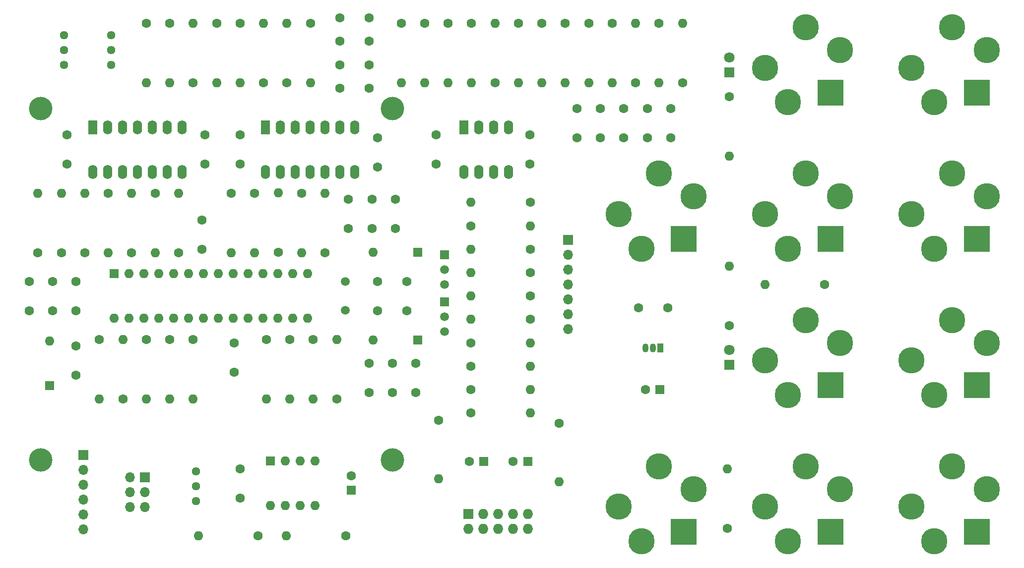
<source format=gbs>
G04 #@! TF.GenerationSoftware,KiCad,Pcbnew,7.0.8*
G04 #@! TF.CreationDate,2023-10-13T18:56:11-05:00*
G04 #@! TF.ProjectId,QuantizerBack,5175616e-7469-47a6-9572-4261636b2e6b,rev?*
G04 #@! TF.SameCoordinates,Original*
G04 #@! TF.FileFunction,Soldermask,Bot*
G04 #@! TF.FilePolarity,Negative*
%FSLAX46Y46*%
G04 Gerber Fmt 4.6, Leading zero omitted, Abs format (unit mm)*
G04 Created by KiCad (PCBNEW 7.0.8) date 2023-10-13 18:56:11*
%MOMM*%
%LPD*%
G01*
G04 APERTURE LIST*
%ADD10C,4.500001*%
%ADD11R,4.500001X4.500001*%
%ADD12C,4.500000*%
%ADD13R,1.800000X1.800000*%
%ADD14C,1.800000*%
%ADD15C,4.000000*%
%ADD16R,1.700000X1.700000*%
%ADD17O,1.700000X1.700000*%
%ADD18C,1.600000*%
%ADD19O,1.600000X1.600000*%
%ADD20R,1.600000X1.600000*%
%ADD21C,1.500000*%
%ADD22R,1.600000X2.400000*%
%ADD23O,1.600000X2.400000*%
%ADD24C,1.440000*%
%ADD25R,1.050000X1.500000*%
%ADD26O,1.050000X1.500000*%
%ADD27R,1.727200X1.727200*%
%ADD28O,1.727200X1.727200*%
%ADD29R,1.500000X1.500000*%
G04 APERTURE END LIST*
D10*
X225500000Y-106100000D03*
X231400000Y-110000000D03*
D11*
X229740000Y-117240000D03*
D12*
X218600000Y-113000000D03*
X222500000Y-118900000D03*
D13*
X187500000Y-113775000D03*
D14*
X187500000Y-111235000D03*
D10*
X175500000Y-131100000D03*
X181400000Y-135000000D03*
D11*
X179740000Y-142240000D03*
D12*
X168600000Y-138000000D03*
X172500000Y-143900000D03*
D10*
X200500000Y-81100000D03*
X206400000Y-85000000D03*
D11*
X204740000Y-92240000D03*
D12*
X193600000Y-88000000D03*
X197500000Y-93900000D03*
D15*
X70000000Y-130000000D03*
D10*
X200500000Y-106100000D03*
X206400000Y-110000000D03*
D11*
X204740000Y-117240000D03*
D12*
X193600000Y-113000000D03*
X197500000Y-118900000D03*
D15*
X130000000Y-130000000D03*
D10*
X200500000Y-56100000D03*
X206400000Y-60000000D03*
D11*
X204740000Y-67240000D03*
D12*
X193600000Y-63000000D03*
X197500000Y-68900000D03*
D13*
X187500000Y-63775000D03*
D14*
X187500000Y-61235000D03*
D16*
X160000000Y-92375000D03*
D17*
X160000000Y-94915000D03*
X160000000Y-97455000D03*
X160000000Y-99995000D03*
X160000000Y-102535000D03*
X160000000Y-105075000D03*
X160000000Y-107615000D03*
D10*
X225500000Y-81100000D03*
X231400000Y-85000000D03*
D11*
X229740000Y-92240000D03*
D12*
X218600000Y-88000000D03*
X222500000Y-93900000D03*
D10*
X200500000Y-131100000D03*
X206400000Y-135000000D03*
D11*
X204740000Y-142240000D03*
D12*
X193600000Y-138000000D03*
X197500000Y-143900000D03*
D15*
X70000000Y-70000000D03*
X130000000Y-70000000D03*
D10*
X175500000Y-81100000D03*
X181400000Y-85000000D03*
D11*
X179740000Y-92240000D03*
D12*
X168600000Y-88000000D03*
X172500000Y-93900000D03*
D10*
X225500000Y-131100000D03*
X231400000Y-135000000D03*
D11*
X229740000Y-142240000D03*
D12*
X218600000Y-138000000D03*
X222500000Y-143900000D03*
D10*
X225500000Y-56100000D03*
X231400000Y-60000000D03*
D11*
X229740000Y-67240000D03*
D12*
X218600000Y-63000000D03*
X222500000Y-68900000D03*
D18*
X69500000Y-94580000D03*
D19*
X69500000Y-84420000D03*
D18*
X72000000Y-99500000D03*
X72000000Y-104500000D03*
X100000000Y-55420000D03*
D19*
X100000000Y-65580000D03*
D18*
X96000000Y-109420000D03*
D19*
X96000000Y-119580000D03*
D20*
X134310000Y-94500000D03*
D19*
X126690000Y-94500000D03*
D20*
X82500000Y-98200000D03*
D19*
X85040000Y-98200000D03*
X87580000Y-98200000D03*
X90120000Y-98200000D03*
X92660000Y-98200000D03*
X95200000Y-98200000D03*
X97740000Y-98200000D03*
X100280000Y-98200000D03*
X102820000Y-98200000D03*
X105360000Y-98200000D03*
X107900000Y-98200000D03*
X110440000Y-98200000D03*
X112980000Y-98200000D03*
X115520000Y-98200000D03*
X115520000Y-105820000D03*
X112980000Y-105820000D03*
X110440000Y-105820000D03*
X107900000Y-105820000D03*
X105360000Y-105820000D03*
X102820000Y-105820000D03*
X100280000Y-105820000D03*
X97740000Y-105820000D03*
X95200000Y-105820000D03*
X92660000Y-105820000D03*
X90120000Y-105820000D03*
X87580000Y-105820000D03*
X85040000Y-105820000D03*
X82500000Y-105820000D03*
D21*
X122000000Y-99550000D03*
X122000000Y-104430000D03*
D18*
X143420000Y-90000000D03*
D19*
X153580000Y-90000000D03*
D22*
X108375000Y-73200000D03*
D23*
X110915000Y-73200000D03*
X113455000Y-73200000D03*
X115995000Y-73200000D03*
X118535000Y-73200000D03*
X121075000Y-73200000D03*
X123615000Y-73200000D03*
X123615000Y-80820000D03*
X121075000Y-80820000D03*
X118535000Y-80820000D03*
X115995000Y-80820000D03*
X113455000Y-80820000D03*
X110915000Y-80820000D03*
X108375000Y-80820000D03*
D20*
X123000000Y-135182400D03*
D18*
X123000000Y-132682400D03*
X158420000Y-123730000D03*
D19*
X158420000Y-133730000D03*
D18*
X112500000Y-109420000D03*
D19*
X112500000Y-119580000D03*
D18*
X122500000Y-85500000D03*
X122500000Y-90500000D03*
X120500000Y-119580000D03*
D19*
X120500000Y-109420000D03*
D18*
X126000000Y-118500000D03*
X126000000Y-113500000D03*
X106500000Y-84420000D03*
D19*
X106500000Y-94580000D03*
D22*
X78875000Y-73200000D03*
D23*
X81415000Y-73200000D03*
X83955000Y-73200000D03*
X86495000Y-73200000D03*
X89035000Y-73200000D03*
X91575000Y-73200000D03*
X94115000Y-73200000D03*
X94115000Y-80820000D03*
X91575000Y-80820000D03*
X89035000Y-80820000D03*
X86495000Y-80820000D03*
X83955000Y-80820000D03*
X81415000Y-80820000D03*
X78875000Y-80820000D03*
D18*
X114500000Y-84420000D03*
D19*
X114500000Y-94580000D03*
D18*
X107080000Y-143000000D03*
D19*
X96920000Y-143000000D03*
D18*
X104000000Y-131500000D03*
X104000000Y-136500000D03*
X73500000Y-94580000D03*
D19*
X73500000Y-84420000D03*
D18*
X187500000Y-107080000D03*
D19*
X187500000Y-96920000D03*
D18*
X89500000Y-84420000D03*
D19*
X89500000Y-94580000D03*
D24*
X82000000Y-62550000D03*
X82000000Y-60010000D03*
X82000000Y-57470000D03*
D20*
X153102400Y-130230000D03*
D18*
X150602400Y-130230000D03*
D24*
X74000000Y-62550000D03*
X74000000Y-60010000D03*
X74000000Y-57470000D03*
D18*
X126500000Y-90500000D03*
X126500000Y-85500000D03*
X163500000Y-55420000D03*
D19*
X163500000Y-65580000D03*
D18*
X187200000Y-141700000D03*
D19*
X187200000Y-131540000D03*
D18*
X165500000Y-75000000D03*
X165500000Y-70000000D03*
X116000000Y-55420000D03*
D19*
X116000000Y-65580000D03*
D18*
X177000000Y-104000000D03*
X172000000Y-104000000D03*
X126000000Y-58500000D03*
X121000000Y-58500000D03*
X137920000Y-123230000D03*
D19*
X137920000Y-133230000D03*
D18*
X173500000Y-75000000D03*
X173500000Y-70000000D03*
X92000000Y-55420000D03*
D19*
X92000000Y-65580000D03*
D25*
X175770000Y-110860000D03*
D26*
X174500000Y-110860000D03*
X173230000Y-110860000D03*
D27*
X142940000Y-139200000D03*
D28*
X142940000Y-141740000D03*
X145480000Y-139200000D03*
X145480000Y-141740000D03*
X148020000Y-139200000D03*
X148020000Y-141740000D03*
X150560000Y-139200000D03*
X150560000Y-141740000D03*
X153100000Y-139200000D03*
X153100000Y-141740000D03*
D18*
X108000000Y-65580000D03*
D19*
X108000000Y-55420000D03*
D18*
X77500000Y-94580000D03*
D19*
X77500000Y-84420000D03*
D18*
X112000000Y-65580000D03*
D19*
X112000000Y-55420000D03*
D18*
X177500000Y-75000000D03*
X177500000Y-70000000D03*
X104000000Y-55420000D03*
D19*
X104000000Y-65580000D03*
D18*
X143420000Y-122000000D03*
D19*
X153580000Y-122000000D03*
D18*
X143420000Y-110000000D03*
D19*
X153580000Y-110000000D03*
D16*
X87775000Y-132975000D03*
D17*
X85235000Y-132975000D03*
X87775000Y-135515000D03*
X85235000Y-135515000D03*
X87775000Y-138055000D03*
X85235000Y-138055000D03*
D18*
X153580000Y-94000000D03*
D19*
X143420000Y-94000000D03*
D20*
X109200000Y-130200000D03*
D19*
X111740000Y-130200000D03*
X114280000Y-130200000D03*
X116820000Y-130200000D03*
X116820000Y-137820000D03*
X114280000Y-137820000D03*
X111740000Y-137820000D03*
X109200000Y-137820000D03*
D18*
X88000000Y-55420000D03*
D19*
X88000000Y-65580000D03*
D18*
X108500000Y-109420000D03*
D19*
X108500000Y-119580000D03*
D18*
X68000000Y-104500000D03*
X68000000Y-99500000D03*
X179500000Y-65580000D03*
D19*
X179500000Y-55420000D03*
D18*
X155500000Y-55420000D03*
D19*
X155500000Y-65580000D03*
D16*
X77235000Y-129165000D03*
D17*
X77235000Y-131705000D03*
X77235000Y-134245000D03*
X77235000Y-136785000D03*
X77235000Y-139325000D03*
X77235000Y-141865000D03*
D18*
X84000000Y-119580000D03*
D19*
X84000000Y-109420000D03*
D18*
X153580000Y-102000000D03*
D19*
X143420000Y-102000000D03*
D18*
X167500000Y-55420000D03*
D19*
X167500000Y-65580000D03*
D18*
X143500000Y-55420000D03*
D19*
X143500000Y-65580000D03*
D18*
X171500000Y-65580000D03*
D19*
X171500000Y-55420000D03*
D18*
X97500000Y-89000000D03*
X97500000Y-94000000D03*
X130500000Y-90500000D03*
X130500000Y-85500000D03*
X126000000Y-54500000D03*
X121000000Y-54500000D03*
X159500000Y-55420000D03*
D19*
X159500000Y-65580000D03*
D18*
X80000000Y-109420000D03*
D19*
X80000000Y-119580000D03*
D20*
X175682400Y-118000000D03*
D18*
X173182400Y-118000000D03*
X147500000Y-65580000D03*
D19*
X147500000Y-55420000D03*
D18*
X81500000Y-84420000D03*
D19*
X81500000Y-94580000D03*
D22*
X142200000Y-73200000D03*
D23*
X144740000Y-73200000D03*
X147280000Y-73200000D03*
X149820000Y-73200000D03*
X149820000Y-80820000D03*
X147280000Y-80820000D03*
X144740000Y-80820000D03*
X142200000Y-80820000D03*
D18*
X110500000Y-94500000D03*
D19*
X110500000Y-84340000D03*
D18*
X118500000Y-94580000D03*
D19*
X118500000Y-84420000D03*
D18*
X132500000Y-104500000D03*
X127500000Y-104500000D03*
X96000000Y-65580000D03*
D19*
X96000000Y-55420000D03*
D18*
X126000000Y-62500000D03*
X121000000Y-62500000D03*
D24*
X96500000Y-131950000D03*
X96500000Y-134490000D03*
X96500000Y-137030000D03*
D18*
X76000000Y-110500000D03*
X76000000Y-115500000D03*
X153500000Y-74500000D03*
X153500000Y-79500000D03*
X92000000Y-109420000D03*
D19*
X92000000Y-119580000D03*
D18*
X85500000Y-94580000D03*
D19*
X85500000Y-84420000D03*
D18*
X122080000Y-143000000D03*
D19*
X111920000Y-143000000D03*
D18*
X137500000Y-79500000D03*
X137500000Y-74500000D03*
D29*
X138860000Y-94960000D03*
D21*
X138860000Y-97500000D03*
X138860000Y-100040000D03*
D18*
X153580000Y-86000000D03*
D19*
X143420000Y-86000000D03*
D18*
X134000000Y-113500000D03*
X134000000Y-118500000D03*
X103000000Y-110000000D03*
X103000000Y-115000000D03*
X151500000Y-55420000D03*
D19*
X151500000Y-65580000D03*
D18*
X153580000Y-106000000D03*
D19*
X143420000Y-106000000D03*
D18*
X153580000Y-98000000D03*
D19*
X143420000Y-98000000D03*
D18*
X132500000Y-99500000D03*
X127500000Y-99500000D03*
X139500000Y-55420000D03*
D19*
X139500000Y-65580000D03*
D18*
X131500000Y-55420000D03*
D19*
X131500000Y-65580000D03*
D18*
X127500000Y-80000000D03*
X127500000Y-75000000D03*
X126000000Y-66500000D03*
X121000000Y-66500000D03*
X175500000Y-55420000D03*
D19*
X175500000Y-65580000D03*
D18*
X93500000Y-94580000D03*
D19*
X93500000Y-84420000D03*
D18*
X102500000Y-84420000D03*
D19*
X102500000Y-94580000D03*
D18*
X98000000Y-79500000D03*
X98000000Y-74500000D03*
X143420000Y-118000000D03*
D19*
X153580000Y-118000000D03*
D20*
X145602400Y-130230000D03*
D18*
X143102400Y-130230000D03*
X135500000Y-55420000D03*
D19*
X135500000Y-65580000D03*
D18*
X130000000Y-113500000D03*
X130000000Y-118500000D03*
X143420000Y-114000000D03*
D19*
X153580000Y-114000000D03*
D18*
X169500000Y-75000000D03*
X169500000Y-70000000D03*
D20*
X71500000Y-117310000D03*
D19*
X71500000Y-109690000D03*
D18*
X104000000Y-74500000D03*
X104000000Y-79500000D03*
D29*
X138860000Y-102960000D03*
D21*
X138860000Y-105500000D03*
X138860000Y-108040000D03*
D18*
X161500000Y-75000000D03*
X161500000Y-70000000D03*
X203780000Y-100000000D03*
D19*
X193620000Y-100000000D03*
D20*
X134310000Y-109500000D03*
D19*
X126690000Y-109500000D03*
D18*
X76000000Y-99500000D03*
X76000000Y-104500000D03*
X116500000Y-109420000D03*
D19*
X116500000Y-119580000D03*
D18*
X74500000Y-74500000D03*
X74500000Y-79500000D03*
X187500000Y-67920000D03*
D19*
X187500000Y-78080000D03*
D18*
X88000000Y-109420000D03*
D19*
X88000000Y-119580000D03*
M02*

</source>
